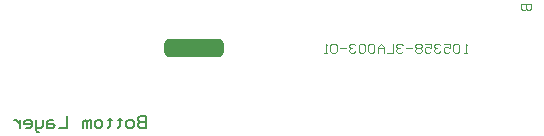
<source format=gbr>
G04 Layer_Physical_Order=2*
G04 Layer_Color=16711680*
%FSLAX43Y43*%
%MOMM*%
%TF.FileFunction,Copper,L2,Bot,Signal*%
%TF.Part,Single*%
G01*
G75*
%TA.AperFunction,NonConductor*%
%ADD10C,0.100*%
%ADD11C,0.150*%
%TA.AperFunction,ViaPad*%
%ADD12C,0.610*%
%TA.AperFunction,SMDPad,CuDef*%
G04:AMPARAMS|DCode=13|XSize=5mm|YSize=1.6mm|CornerRadius=0.4mm|HoleSize=0mm|Usage=FLASHONLY|Rotation=0.000|XOffset=0mm|YOffset=0mm|HoleType=Round|Shape=RoundedRectangle|*
%AMROUNDEDRECTD13*
21,1,5.000,0.800,0,0,0.0*
21,1,4.200,1.600,0,0,0.0*
1,1,0.800,2.100,-0.400*
1,1,0.800,-2.100,-0.400*
1,1,0.800,-2.100,0.400*
1,1,0.800,2.100,0.400*
%
%ADD13ROUNDEDRECTD13*%
D10*
X31933Y-11812D02*
X32200D01*
X32333Y-11679D01*
X32600D02*
X32733Y-11812D01*
X33000D01*
X33133Y-11679D01*
X33400D02*
X33533Y-11812D01*
X33800D01*
X33933Y-11679D01*
X34199D02*
X34333Y-11812D01*
X34599D01*
X34733Y-11679D01*
Y-11146D01*
X34599Y-11012D01*
X34333D01*
X34199Y-11146D01*
Y-11679D01*
X33400D02*
Y-11412D01*
X33533Y-11279D01*
X33666D01*
X33933Y-11412D01*
Y-11012D01*
X33400D01*
X33133Y-11146D02*
X33000Y-11012D01*
X32733D01*
X32600Y-11146D01*
Y-11279D01*
X32733Y-11412D01*
X32866D01*
X32733D01*
X32600Y-11545D01*
Y-11679D01*
X31800D02*
X31933Y-11812D01*
X31800Y-11679D02*
Y-11412D01*
X31933Y-11279D01*
X32067D01*
X32333Y-11412D01*
Y-11012D01*
X31800D01*
X35266D02*
X35399Y-11146D01*
X35266Y-11012D02*
Y-11812D01*
X35132D01*
X35399D01*
X31534Y-11279D02*
Y-11146D01*
X31400Y-11012D01*
X31134D01*
X31000Y-11146D01*
Y-11279D01*
X31134Y-11412D01*
X31000Y-11545D01*
Y-11679D01*
X31134Y-11812D01*
X31400D01*
X31534Y-11679D01*
Y-11545D01*
X31400Y-11412D01*
X31534Y-11279D01*
X31400Y-11412D02*
X31134D01*
X30734D02*
X30201D01*
X29934Y-11146D02*
X29801Y-11012D01*
X29534D01*
X29401Y-11146D01*
Y-11279D01*
X29534Y-11412D01*
X29668D01*
X29534D01*
X29401Y-11545D01*
Y-11679D01*
X29534Y-11812D01*
X29801D01*
X29934Y-11679D01*
X29134Y-11812D02*
X28601D01*
X28335D02*
Y-11279D01*
X28068Y-11012D01*
X27801Y-11279D01*
Y-11812D01*
Y-11412D01*
X28335D01*
X29134Y-11012D02*
Y-11812D01*
X27535Y-11146D02*
X27402Y-11012D01*
X27135D01*
X27002Y-11146D01*
Y-11679D01*
X27135Y-11812D01*
X27402D01*
X27535Y-11679D01*
Y-11146D01*
X26735D02*
X26602Y-11012D01*
X26335D01*
X26202Y-11146D01*
Y-11679D01*
X26335Y-11812D01*
X26602D01*
X26735Y-11679D01*
Y-11146D01*
X25935D02*
X25802Y-11012D01*
X25536D01*
X25402Y-11146D01*
Y-11279D01*
X25536Y-11412D01*
X25669D01*
X25536D01*
X25402Y-11545D01*
Y-11679D01*
X25536Y-11812D01*
X25802D01*
X25935Y-11679D01*
X24336D02*
Y-11146D01*
X24203Y-11012D01*
X23936D01*
X23803Y-11146D01*
Y-11679D01*
X23936Y-11812D01*
X24203D01*
X24336Y-11679D01*
X24602Y-11412D02*
X25136D01*
X23536Y-11146D02*
X23403Y-11012D01*
Y-11812D01*
X23270D01*
X23536D01*
X40122Y-8207D02*
X39988Y-8074D01*
Y-7674D01*
X40788D01*
Y-8074D01*
X40655Y-8207D01*
X40521D01*
X40388Y-8074D01*
Y-7674D01*
Y-8074D01*
X40255Y-8207D01*
X40122D01*
D11*
X5009Y-18160D02*
X5176Y-17993D01*
Y-17494D01*
X5343D01*
X5009D01*
X5176D01*
Y-17327D01*
X6009D02*
Y-17494D01*
X6176D01*
X5842D01*
X6009D01*
Y-17993D01*
X5842Y-18160D01*
X6675D02*
X6509Y-17993D01*
Y-17660D01*
X6675Y-17494D01*
X7009D01*
X7175Y-17660D01*
Y-17993D01*
X7009Y-18160D01*
X6675D01*
X7675D02*
X7508Y-17993D01*
Y-17827D01*
X7675Y-17660D01*
X8175D01*
X7675D01*
X7508Y-17494D01*
Y-17327D01*
X7675Y-17160D01*
X8175D01*
Y-18160D01*
X7675D01*
X4343D02*
X4010D01*
X3843Y-17993D01*
Y-17660D01*
X4010Y-17494D01*
X4343D01*
X4509Y-17660D01*
Y-17993D01*
X4343Y-18160D01*
X3510D02*
Y-17494D01*
X3343D01*
X3177Y-17660D01*
Y-18160D01*
Y-17660D01*
X3010Y-17494D01*
X2843Y-17660D01*
Y-18160D01*
X1510D02*
X844D01*
X344D02*
X511Y-17993D01*
X344Y-17827D01*
X-156D01*
Y-17660D02*
Y-18160D01*
X344D01*
Y-17494D02*
X11D01*
X-156Y-17660D01*
X-489Y-17494D02*
Y-17993D01*
X-656Y-18160D01*
X-1155D01*
Y-18327D01*
X-989Y-18493D01*
X-822D01*
X-1155Y-18160D02*
Y-17494D01*
X-1489Y-17660D02*
X-1655Y-17494D01*
X-1988D01*
X-2155Y-17660D01*
Y-17827D01*
X-1489D01*
Y-17993D02*
Y-17660D01*
Y-17993D02*
X-1655Y-18160D01*
X-1988D01*
X-2488D02*
Y-17827D01*
X-2655Y-17660D01*
X-2822Y-17494D01*
X-2988D01*
X-2488D02*
Y-18160D01*
X1510D02*
Y-17160D01*
D12*
X14347Y-11401D02*
D03*
X12300D02*
D03*
X10282D02*
D03*
D13*
X12300Y-11401D02*
D03*
%TF.MD5,62eb828719b66b02c08e200e785bc807*%
M02*

</source>
